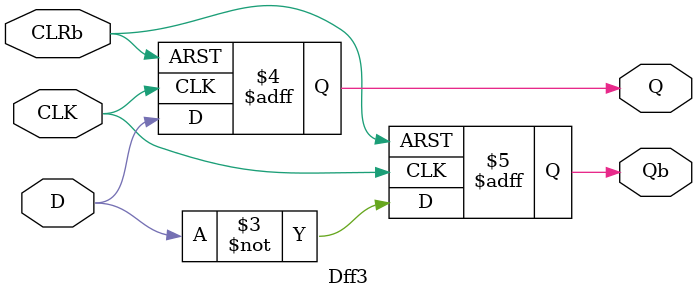
<source format=v>


module Dff3( Q, Qb, CLK, CLRb, D );

   // input ports
   input CLRb, CLK, D;
   
   // output ports
   output Q, Qb;

   // internal variables
   reg 	  Q, Qb;

   always @(posedge CLK or negedge CLRb)
     if(~CLRb) begin
	Q <= 1'b0;
	Qb <= 1'b1;
     end else begin
	Q <= D;
	Qb <= ~D;
     end
endmodule

</source>
